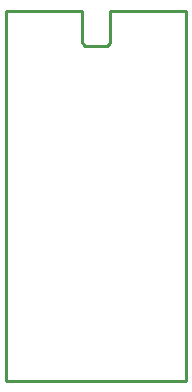
<source format=gbr>
G04 EAGLE Gerber RS-274X export*
G75*
%MOMM*%
%FSLAX34Y34*%
%LPD*%
%IN*%
%IPPOS*%
%AMOC8*
5,1,8,0,0,1.08239X$1,22.5*%
G01*
%ADD10C,0.254000*%


D10*
X0Y0D02*
X152400Y0D01*
X152400Y313500D01*
X88200Y313500D01*
X88200Y288500D01*
X88181Y288064D01*
X88124Y287632D01*
X88030Y287206D01*
X87898Y286790D01*
X87732Y286387D01*
X87530Y286000D01*
X87296Y285632D01*
X87030Y285286D01*
X86736Y284964D01*
X86414Y284670D01*
X86068Y284404D01*
X85700Y284170D01*
X85313Y283968D01*
X84910Y283802D01*
X84494Y283670D01*
X84068Y283576D01*
X83636Y283519D01*
X83200Y283500D01*
X69200Y283500D01*
X68764Y283519D01*
X68332Y283576D01*
X67906Y283670D01*
X67490Y283802D01*
X67087Y283968D01*
X66700Y284170D01*
X66332Y284404D01*
X65986Y284670D01*
X65664Y284964D01*
X65370Y285286D01*
X65104Y285632D01*
X64870Y286000D01*
X64668Y286387D01*
X64502Y286790D01*
X64370Y287206D01*
X64276Y287632D01*
X64219Y288064D01*
X64200Y288500D01*
X64200Y313500D01*
X0Y313500D01*
X0Y0D01*
M02*

</source>
